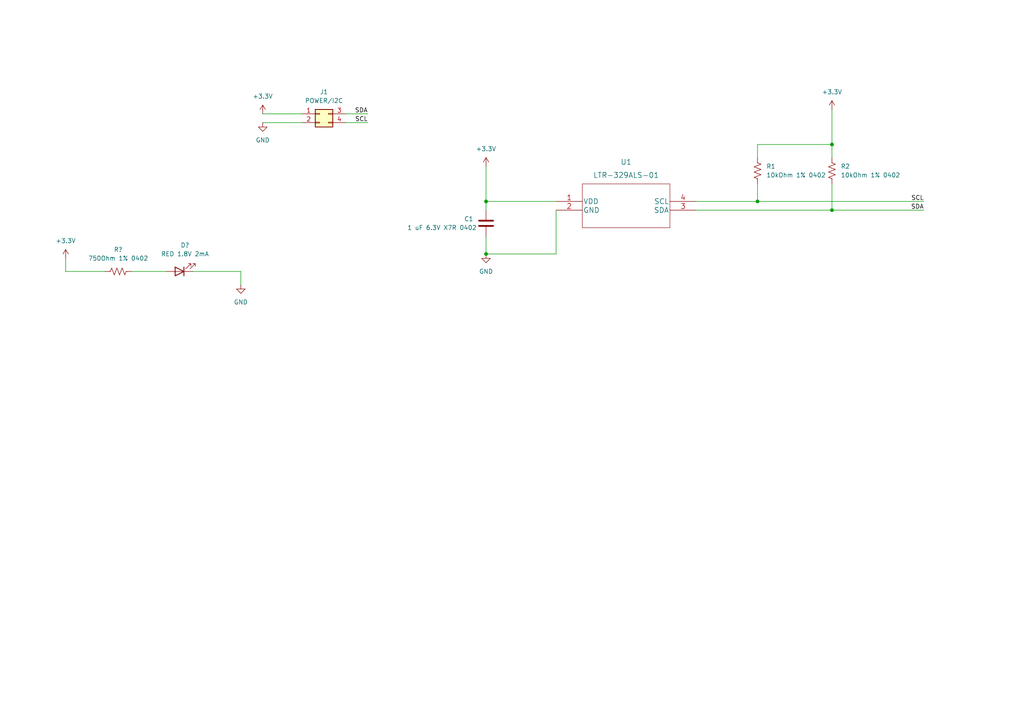
<source format=kicad_sch>
(kicad_sch (version 20211123) (generator eeschema)
  (paper "A4")
  (lib_symbols
    (symbol "Connector_Generic:Conn_02x02_Top_Bottom" (pin_names (offset 1.016) hide)
      (property "Reference" "J" (at 1.27 2.54 0))
      (property "Value" "Conn_02x02_Top_Bottom" (at 1.27 -5.08 0))
      (symbol "Conn_02x02_Top_Bottom_1_1"
        (rectangle (start -1.27 -2.413) (end 0 -2.667) (stroke (width 0.1524)))
        (rectangle (start -1.27 0.127) (end 0 -0.127) (stroke (width 0.1524)))
        (rectangle (start -1.27 1.27) (end 3.81 -3.81) (stroke (width 0.254)) (fill (type background)))
        (rectangle (start 3.81 -2.413) (end 2.54 -2.667) (stroke (width 0.1524)))
        (rectangle (start 3.81 0.127) (end 2.54 -0.127) (stroke (width 0.1524)))
        (pin passive line (at -5.08 0 0) (length 3.81) (name "Pin_1") (number "1"))
        (pin passive line (at -5.08 -2.54 0) (length 3.81) (name "Pin_2") (number "2"))
        (pin passive line (at 7.62 0 180) (length 3.81) (name "Pin_3") (number "3"))
        (pin passive line (at 7.62 -2.54 180) (length 3.81) (name "Pin_4") (number "4"))
      )
    )
    (symbol "Device:C" (pin_numbers hide) (pin_names (offset 0.254))
      (property "Reference" "C" (at 0.635 2.54 0))
      (property "Value" "C" (at 0.635 -2.54 0))
      (symbol "C_0_1"
        (polyline (pts (xy -2.032 -0.762) (xy 2.032 -0.762)) (stroke (width 0.508)))
        (polyline (pts (xy -2.032 0.762) (xy 2.032 0.762)) (stroke (width 0.508)))
      )
      (symbol "C_1_1"
        (pin passive line (at 0 3.81 270) (length 2.794) (name "~") (number "1"))
        (pin passive line (at 0 -3.81 90) (length 2.794) (name "~") (number "2"))
      )
    )
    (symbol "Device:LED" (pin_numbers hide) (pin_names (offset 1.016) hide)
      (property "Reference" "D" (at 0 2.54 0))
      (property "Value" "LED" (at 0 -2.54 0))
      (symbol "LED_0_1"
        (polyline (pts (xy -1.27 -1.27) (xy -1.27 1.27)) (stroke (width 0.254)))
        (polyline (pts (xy -1.27 0) (xy 1.27 0)))
        (polyline (pts (xy 1.27 -1.27) (xy 1.27 1.27) (xy -1.27 0) (xy 1.27 -1.27)) (stroke (width 0.254)))
        (polyline (pts (xy -3.048 -0.762) (xy -4.572 -2.286) (xy -3.81 -2.286) (xy -4.572 -2.286) (xy -4.572 -1.524)))
        (polyline (pts (xy -1.778 -0.762) (xy -3.302 -2.286) (xy -2.54 -2.286) (xy -3.302 -2.286) (xy -3.302 -1.524)))
      )
      (symbol "LED_1_1"
        (pin passive line (at -3.81 0 0) (length 2.54) (name "K") (number "1"))
        (pin passive line (at 3.81 0 180) (length 2.54) (name "A") (number "2"))
      )
    )
    (symbol "Device:R_US" (pin_numbers hide) (pin_names (offset 0))
      (property "Reference" "R" (at 2.54 0 90))
      (property "Value" "R_US" (at -2.54 0 90))
      (symbol "R_US_0_1"
        (polyline (pts (xy 0 -2.286) (xy 0 -2.54)))
        (polyline (pts (xy 0 2.286) (xy 0 2.54)))
        (polyline (pts (xy 0 -0.762) (xy 1.016 -1.143) (xy 0 -1.524) (xy -1.016 -1.905) (xy 0 -2.286)))
        (polyline (pts (xy 0 0.762) (xy 1.016 0.381) (xy 0 0) (xy -1.016 -0.381) (xy 0 -0.762)))
        (polyline (pts (xy 0 2.286) (xy 1.016 1.905) (xy 0 1.524) (xy -1.016 1.143) (xy 0 0.762)))
      )
      (symbol "R_US_1_1"
        (pin passive line (at 0 3.81 270) (length 1.27) (name "~") (number "1"))
        (pin passive line (at 0 -3.81 90) (length 1.27) (name "~") (number "2"))
      )
    )
    (symbol "LTR-329-ALS:LTR-329ALS-01" (pin_names (offset 0.254))
      (property "Reference" "U" (at 20.32 10.16 0))
      (property "Value" "LTR-329ALS-01" (at 20.32 7.62 0))
      (symbol "LTR-329ALS-01_1_1"
        (polyline (pts (xy 7.62 -7.62) (xy 33.02 -7.62)) (stroke (width 0.127)))
        (polyline (pts (xy 7.62 5.08) (xy 7.62 -7.62)) (stroke (width 0.127)))
        (polyline (pts (xy 33.02 -7.62) (xy 33.02 5.08)) (stroke (width 0.127)))
        (polyline (pts (xy 33.02 5.08) (xy 7.62 5.08)) (stroke (width 0.127)))
        (pin power_in line (at 0 0 0) (length 7.62) (name "VDD") (number "1"))
        (pin power_in line (at 0 -2.54 0) (length 7.62) (name "GND") (number "2"))
        (pin bidirectional line (at 40.64 -2.54 180) (length 7.62) (name "SDA") (number "3"))
        (pin input line (at 40.64 0 180) (length 7.62) (name "SCL") (number "4"))
      )
    )
    (symbol "power:+3.3V" (power) (pin_names (offset 0))
      (property "Value" "+3.3V" (at 0 3.556 0))
      (symbol "+3.3V_0_1"
        (polyline (pts (xy -0.762 1.27) (xy 0 2.54)))
        (polyline (pts (xy 0 0) (xy 0 2.54)))
        (polyline (pts (xy 0 2.54) (xy 0.762 1.27)))
      )
      (symbol "+3.3V_1_1"
        (pin power_in line (at 0 0 90) (length 0) hide (name "+3.3V") (number "1"))
      )
    )
    (symbol "power:GND" (power) (pin_names (offset 0))
      (property "Value" "GND" (at 0 -3.81 0))
      (symbol "GND_0_1"
        (polyline (pts (xy 0 0) (xy 0 -1.27) (xy 1.27 -1.27) (xy 0 -2.54) (xy -1.27 -1.27) (xy 0 -1.27)))
      )
      (symbol "GND_1_1"
        (pin power_in line (at 0 0 270) (length 0) hide (name "GND") (number "1"))
      )
    )
  )
  (junction (at 140.97 73.66))
  (junction (at 219.71 58.42))
  (junction (at 140.97 58.42))
  (junction (at 241.3 60.96))
  (junction (at 241.3 41.91))
  (wire (pts (xy 140.97 68.58) (xy 140.97 73.66)))
  (wire (pts (xy 69.85 78.74) (xy 69.85 82.55)))
  (wire (pts (xy 100.33 35.56) (xy 106.68 35.56)))
  (wire (pts (xy 140.97 58.42) (xy 161.29 58.42)))
  (wire (pts (xy 219.71 53.34) (xy 219.71 58.42)))
  (wire (pts (xy 55.88 78.74) (xy 69.85 78.74)))
  (wire (pts (xy 219.71 58.42) (xy 267.97 58.42)))
  (wire (pts (xy 76.2 35.56) (xy 87.63 35.56)))
  (wire (pts (xy 219.71 41.91) (xy 241.3 41.91)))
  (wire (pts (xy 161.29 60.96) (xy 161.29 73.66)))
  (wire (pts (xy 140.97 73.66) (xy 161.29 73.66)))
  (wire (pts (xy 38.1 78.74) (xy 48.26 78.74)))
  (wire (pts (xy 140.97 58.42) (xy 140.97 60.96)))
  (wire (pts (xy 19.05 78.74) (xy 30.48 78.74)))
  (wire (pts (xy 19.05 74.93) (xy 19.05 78.74)))
  (wire (pts (xy 241.3 41.91) (xy 241.3 45.72)))
  (wire (pts (xy 219.71 58.42) (xy 201.93 58.42)))
  (wire (pts (xy 140.97 48.26) (xy 140.97 58.42)))
  (wire (pts (xy 241.3 31.75) (xy 241.3 41.91)))
  (wire (pts (xy 241.3 60.96) (xy 241.3 53.34)))
  (wire (pts (xy 100.33 33.02) (xy 106.68 33.02)))
  (wire (pts (xy 201.93 60.96) (xy 241.3 60.96)))
  (wire (pts (xy 219.71 45.72) (xy 219.71 41.91)))
  (wire (pts (xy 241.3 60.96) (xy 267.97 60.96)))
  (wire (pts (xy 76.2 33.02) (xy 87.63 33.02)))
  (label "SCL" (at 267.97 58.42 180))
  (label "SDA" (at 106.68 33.02 180))
  (label "SDA" (at 267.97 60.96 180))
  (label "SCL" (at 106.68 35.56 180))
  (symbol (lib_id "Device:C") (at 140.97 64.77 0) (unit 1)
    (property "Reference" "C1" (at 134.62 63.5 0) (effects (justify left)))
    (property "Value" "1 uF 6.3V X7R 0402" (at 118.11 66.04 0) (effects (justify left)))
    (property "Footprint" "Capacitor_SMD:C_0402_1005Metric" (effects hide))
    (property "Manufacturer" "Murata Electronics" (effects hide))
    (property "Manufacturer Part Number" "GRM155R70J105KA12J" (effects hide))
    (property "Vendor" "Digikey" (effects hide))
    (property "Vendor Part Number" "490-13339-1-ND" (effects hide))
  )
  (symbol (lib_id "power:GND") (at 140.97 73.66 0) (unit 1)
    (property "Reference" "#PWR0103" (effects hide))
    (property "Value" "GND" (at 140.97 78.74 0))
  )
  (symbol (lib_id "Device:LED") (at 52.07 78.74 180) (unit 1)
    (property "Reference" "D?" (at 53.6575 71.12 0))
    (property "Value" "RED 1.8V 2mA" (at 53.6575 73.66 0))
    (property "Footprint" "LED_SMD:LED_0603_1608Metric" (effects hide))
    (property "Manufacturer" "Vishay Semiconductor Opto Division" (effects hide))
    (property "Manufacturer Part Number" "TLMS1000-GS08" (effects hide))
    (property "Vendor" "Digikey" (effects hide))
    (property "Vendor Part Number" "TLMS1000-GS08CT-ND" (effects hide))
  )
  (symbol (lib_id "LTR-329-ALS:LTR-329ALS-01") (at 161.29 58.42 0) (unit 1)
    (property "Reference" "U1" (at 181.61 46.99 0) (effects (font (size 1.524 1.524))))
    (property "Value" "LTR-329ALS-01" (at 181.61 50.8 0) (effects (font (size 1.524 1.524))))
    (property "Footprint" "Customs:LTR-329ALS-01" (effects hide))
    (property "Manufacturer" "Lite-On Inc." (effects hide))
    (property "Manufacturer Part Number" "LTR-329ALS-01" (effects hide))
    (property "Vendor" "Digikey" (effects hide))
    (property "Vendor Part Number" "160-2160-1-ND" (effects hide))
  )
  (symbol (lib_id "Device:R_US") (at 219.71 49.53 180) (unit 1)
    (property "Reference" "R1" (at 222.25 48.2599 0) (effects (justify right)))
    (property "Value" "10kOhm 1% 0402" (at 222.25 50.7999 0) (effects (justify right)))
    (property "Footprint" "Resistor_SMD:R_0402_1005Metric" (effects hide))
    (property "Manufacturer" "YAGEO" (effects hide))
    (property "Manufacturer Part Number" "AC0402FR-0710KL" (effects hide))
    (property "Vendor" "Digikey" (effects hide))
    (property "Vendor Part Number" "YAG3436CT-ND" (effects hide))
  )
  (symbol (lib_id "power:+3.3V") (at 19.05 74.93 0) (unit 1)
    (property "Reference" "#PWR?" (effects hide))
    (property "Value" "+3.3V" (at 19.05 69.85 0))
  )
  (symbol (lib_id "power:+3.3V") (at 140.97 48.26 0) (unit 1)
    (property "Reference" "#PWR0104" (effects hide))
    (property "Value" "+3.3V" (at 140.97 43.18 0))
  )
  (symbol (lib_id "power:GND") (at 76.2 35.56 0) (unit 1)
    (property "Reference" "#PWR0102" (effects hide))
    (property "Value" "GND" (at 76.2 40.64 0))
  )
  (symbol (lib_id "power:+3.3V") (at 76.2 33.02 0) (unit 1)
    (property "Reference" "#PWR0101" (effects hide))
    (property "Value" "+3.3V" (at 76.2 27.94 0))
  )
  (symbol (lib_id "Connector_Generic:Conn_02x02_Top_Bottom") (at 92.71 33.02 0) (unit 1)
    (property "Reference" "J1" (at 93.98 26.67 0))
    (property "Value" "POWER/I2C" (at 93.98 29.21 0))
    (property "Footprint" "Connector_Molex:Molex_Micro-Fit_3.0_43045-0412_2x02_P3.00mm_Vertical" (effects hide))
    (property "Manufacturer" "Molex" (effects hide))
    (property "Manufacturer Part Number" "0430450413" (effects hide))
    (property "Vendor" "Digikey" (effects hide))
    (property "Vendor Part Number" "WM2649-ND" (effects hide))
  )
  (symbol (lib_id "Device:R_US") (at 241.3 49.53 180) (unit 1)
    (property "Reference" "R2" (at 243.84 48.2599 0) (effects (justify right)))
    (property "Value" "10kOhm 1% 0402" (at 243.84 50.7999 0) (effects (justify right)))
    (property "Footprint" "Resistor_SMD:R_0402_1005Metric" (effects hide))
    (property "Manufacturer" "YAGEO" (effects hide))
    (property "Manufacturer Part Number" "AC0402FR-0710KL" (effects hide))
    (property "Vendor" "Digikey" (effects hide))
    (property "Vendor Part Number" "YAG3436CT-ND" (effects hide))
  )
  (symbol (lib_id "power:GND") (at 69.85 82.55 0) (unit 1)
    (property "Reference" "#PWR?" (effects hide))
    (property "Value" "GND" (at 69.85 87.63 0))
  )
  (symbol (lib_id "Device:R_US") (at 34.29 78.74 270) (unit 1)
    (property "Reference" "R?" (at 34.29 72.39 90))
    (property "Value" "750Ohm 1% 0402" (at 34.29 74.93 90))
    (property "Footprint" "Resistor_SMD:R_0402_1005Metric" (effects hide))
    (property "Manufacturer" "YAGEO" (effects hide))
    (property "Manufacturer Part Number" "RC0402FR-07750RL" (effects hide))
    (property "Vendor" "Digikey" (effects hide))
    (property "Vendor Part Number" "311-750LRCT-ND" (effects hide))
  )
  (symbol (lib_id "power:+3.3V") (at 241.3 31.75 0) (unit 1)
    (property "Reference" "#PWR0105" (effects hide))
    (property "Value" "+3.3V" (at 241.3 26.67 0))
  )
)
</source>
